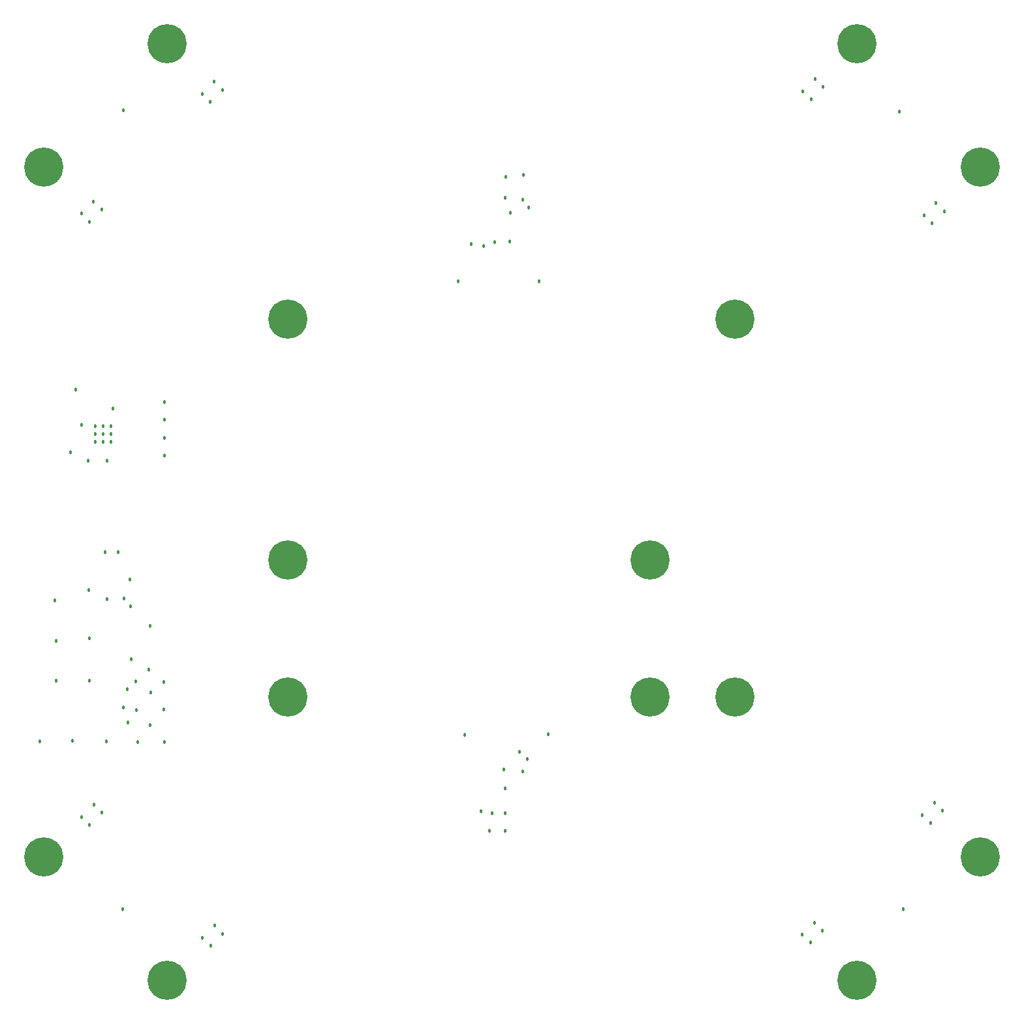
<source format=gbl>
G04*
G04 #@! TF.GenerationSoftware,Altium Limited,Altium Designer,20.1.14 (287)*
G04*
G04 Layer_Physical_Order=6*
G04 Layer_Color=5050912*
%FSLAX25Y25*%
%MOIN*%
G70*
G04*
G04 #@! TF.SameCoordinates,1D987C98-FF78-4C22-975A-79D4403F1CEA*
G04*
G04*
G04 #@! TF.FilePolarity,Positive*
G04*
G01*
G75*
%ADD50C,0.20000*%
%ADD51C,0.01800*%
D50*
X437300Y269500D02*
D03*
X499600Y125000D02*
D03*
X84500Y540100D02*
D03*
X209000Y269500D02*
D03*
Y462400D02*
D03*
X437300D02*
D03*
X209000Y339500D02*
D03*
X394000Y269500D02*
D03*
Y339500D02*
D03*
X562600Y188000D02*
D03*
X499600Y603100D02*
D03*
X147500D02*
D03*
Y125000D02*
D03*
X562600Y540100D02*
D03*
X84500Y188000D02*
D03*
D51*
X107222Y324334D02*
D03*
X313522Y210340D02*
D03*
X312158Y201111D02*
D03*
X307581Y211235D02*
D03*
X320168Y201181D02*
D03*
X320003Y210230D02*
D03*
X320168Y222873D02*
D03*
X342149Y250532D02*
D03*
X299486Y250259D02*
D03*
X319344Y232528D02*
D03*
X328920Y231653D02*
D03*
X327255Y241421D02*
D03*
X331347Y237766D02*
D03*
X119755Y416731D02*
D03*
X107090Y390349D02*
D03*
X116855D02*
D03*
X97891Y394563D02*
D03*
X145943Y411313D02*
D03*
X145918Y420203D02*
D03*
Y401891D02*
D03*
Y392771D02*
D03*
X103743Y408584D02*
D03*
X100604Y426572D02*
D03*
X125043Y264296D02*
D03*
X127470Y256530D02*
D03*
X126985Y273437D02*
D03*
X129007Y288808D02*
D03*
X137987Y283550D02*
D03*
X131515Y277401D02*
D03*
X145834Y277321D02*
D03*
X139039Y271739D02*
D03*
X131758Y262759D02*
D03*
X145753Y263325D02*
D03*
X138796Y255316D02*
D03*
X132405Y246498D02*
D03*
X145915D02*
D03*
X125361Y319903D02*
D03*
X128359Y329563D02*
D03*
X122296Y343687D02*
D03*
X128825Y315839D02*
D03*
X138619Y305779D02*
D03*
X116789Y319432D02*
D03*
X116315Y247007D02*
D03*
X98920Y247165D02*
D03*
X107696Y277935D02*
D03*
X107854Y299428D02*
D03*
X115840Y343705D02*
D03*
X90144Y318880D02*
D03*
X90697Y298321D02*
D03*
X90855Y277935D02*
D03*
X82529Y246981D02*
D03*
X171616Y152737D02*
D03*
X165429Y146567D02*
D03*
X169554Y142454D02*
D03*
X175741Y148624D02*
D03*
X109914Y214543D02*
D03*
X103726Y208373D02*
D03*
X107851Y204260D02*
D03*
X114039Y210430D02*
D03*
X109775Y522626D02*
D03*
X103588Y516456D02*
D03*
X107713Y512343D02*
D03*
X113900Y518513D02*
D03*
X171437Y583797D02*
D03*
X165249Y577627D02*
D03*
X169374Y573513D02*
D03*
X175562Y579683D02*
D03*
X478275Y585172D02*
D03*
X472087Y579002D02*
D03*
X476213Y574889D02*
D03*
X482400Y581059D02*
D03*
X540210Y521791D02*
D03*
X534023Y515621D02*
D03*
X538148Y511508D02*
D03*
X544335Y517678D02*
D03*
X478046Y154350D02*
D03*
X471859Y148180D02*
D03*
X475984Y144067D02*
D03*
X482171Y150237D02*
D03*
X539303Y215543D02*
D03*
X533116Y209373D02*
D03*
X537241Y205260D02*
D03*
X543428Y211430D02*
D03*
X523541Y161278D02*
D03*
X124729Y161275D02*
D03*
X125088Y569105D02*
D03*
X521369Y568452D02*
D03*
X337472Y482014D02*
D03*
X309157Y500028D02*
D03*
X322493Y502103D02*
D03*
X302595Y500917D02*
D03*
X314830Y501933D02*
D03*
X322634Y516761D02*
D03*
X328979Y523538D02*
D03*
X329428Y536316D02*
D03*
X331886Y519550D02*
D03*
X296107Y481769D02*
D03*
X320082Y524587D02*
D03*
X320522Y535136D02*
D03*
X110774Y399929D02*
D03*
Y403866D02*
D03*
Y407803D02*
D03*
X114711Y399929D02*
D03*
Y403866D02*
D03*
Y407803D02*
D03*
X118648Y399929D02*
D03*
Y403866D02*
D03*
Y407803D02*
D03*
M02*

</source>
